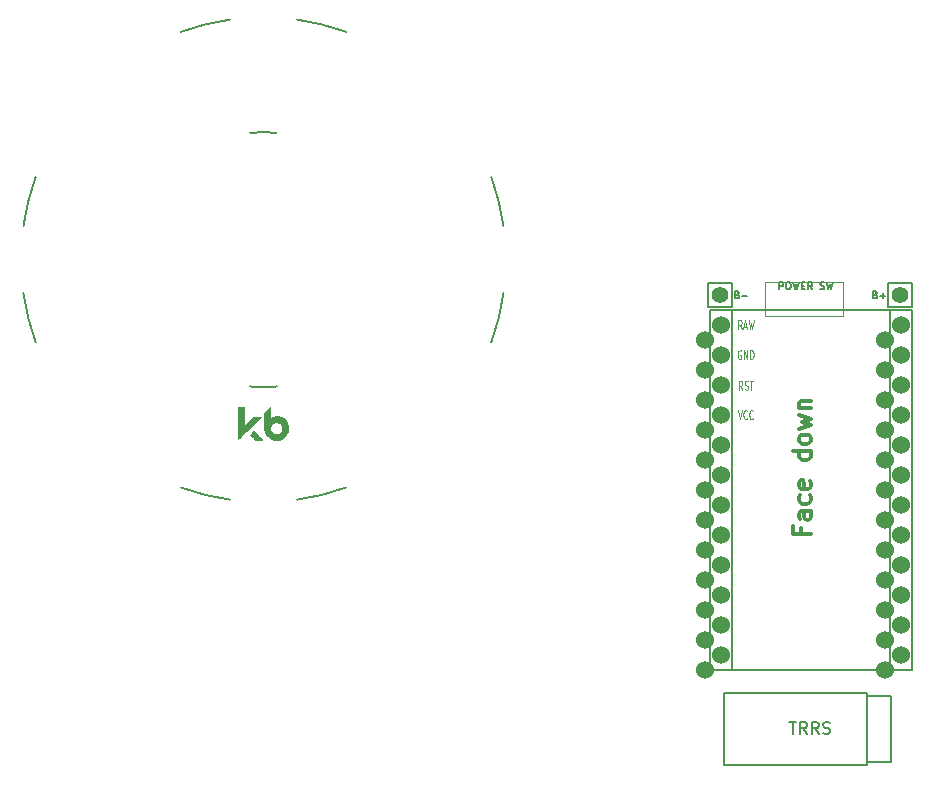
<source format=gbr>
%TF.GenerationSoftware,KiCad,Pcbnew,6.99.0-a9ca49a600~144~ubuntu20.04.1*%
%TF.CreationDate,2022-01-03T10:19:32+02:00*%
%TF.ProjectId,half-swept,68616c66-2d73-4776-9570-742e6b696361,rev?*%
%TF.SameCoordinates,Original*%
%TF.FileFunction,Legend,Top*%
%TF.FilePolarity,Positive*%
%FSLAX46Y46*%
G04 Gerber Fmt 4.6, Leading zero omitted, Abs format (unit mm)*
G04 Created by KiCad (PCBNEW 6.99.0-a9ca49a600~144~ubuntu20.04.1) date 2022-01-03 10:19:32*
%MOMM*%
%LPD*%
G01*
G04 APERTURE LIST*
%ADD10C,0.150000*%
%ADD11C,0.120000*%
%ADD12C,0.300000*%
%ADD13C,0.125000*%
%ADD14C,0.010000*%
%ADD15C,0.200000*%
%ADD16C,1.524000*%
%ADD17C,1.397000*%
G04 APERTURE END LIST*
D10*
X117110095Y-82129380D02*
X117681523Y-82129380D01*
X117395809Y-83129380D02*
X117395809Y-82129380D01*
X118586285Y-83129380D02*
X118252952Y-82653190D01*
X118014857Y-83129380D02*
X118014857Y-82129380D01*
X118395809Y-82129380D01*
X118491047Y-82177000D01*
X118538666Y-82224619D01*
X118586285Y-82319857D01*
X118586285Y-82462714D01*
X118538666Y-82557952D01*
X118491047Y-82605571D01*
X118395809Y-82653190D01*
X118014857Y-82653190D01*
X119586285Y-83129380D02*
X119252952Y-82653190D01*
X119014857Y-83129380D02*
X119014857Y-82129380D01*
X119395809Y-82129380D01*
X119491047Y-82177000D01*
X119538666Y-82224619D01*
X119586285Y-82319857D01*
X119586285Y-82462714D01*
X119538666Y-82557952D01*
X119491047Y-82605571D01*
X119395809Y-82653190D01*
X119014857Y-82653190D01*
X119967238Y-83081761D02*
X120110095Y-83129380D01*
X120348190Y-83129380D01*
X120443428Y-83081761D01*
X120491047Y-83034142D01*
X120538666Y-82938904D01*
X120538666Y-82843666D01*
X120491047Y-82748428D01*
X120443428Y-82700809D01*
X120348190Y-82653190D01*
X120157714Y-82605571D01*
X120062476Y-82557952D01*
X120014857Y-82510333D01*
X119967238Y-82415095D01*
X119967238Y-82319857D01*
X120014857Y-82224619D01*
X120062476Y-82177000D01*
X120157714Y-82129380D01*
X120395809Y-82129380D01*
X120538666Y-82177000D01*
X116248142Y-45483428D02*
X116248142Y-44883428D01*
X116476714Y-44883428D01*
X116533857Y-44912000D01*
X116562428Y-44940571D01*
X116591000Y-44997714D01*
X116591000Y-45083428D01*
X116562428Y-45140571D01*
X116533857Y-45169142D01*
X116476714Y-45197714D01*
X116248142Y-45197714D01*
X116962428Y-44883428D02*
X117076714Y-44883428D01*
X117133857Y-44912000D01*
X117191000Y-44969142D01*
X117219571Y-45083428D01*
X117219571Y-45283428D01*
X117191000Y-45397714D01*
X117133857Y-45454857D01*
X117076714Y-45483428D01*
X116962428Y-45483428D01*
X116905285Y-45454857D01*
X116848142Y-45397714D01*
X116819571Y-45283428D01*
X116819571Y-45083428D01*
X116848142Y-44969142D01*
X116905285Y-44912000D01*
X116962428Y-44883428D01*
X117419571Y-44883428D02*
X117562428Y-45483428D01*
X117676714Y-45054857D01*
X117791000Y-45483428D01*
X117933857Y-44883428D01*
X118162428Y-45169142D02*
X118362428Y-45169142D01*
X118448142Y-45483428D02*
X118162428Y-45483428D01*
X118162428Y-44883428D01*
X118448142Y-44883428D01*
X119048142Y-45483428D02*
X118848142Y-45197714D01*
X118705285Y-45483428D02*
X118705285Y-44883428D01*
X118933857Y-44883428D01*
X118991000Y-44912000D01*
X119019571Y-44940571D01*
X119048142Y-44997714D01*
X119048142Y-45083428D01*
X119019571Y-45140571D01*
X118991000Y-45169142D01*
X118933857Y-45197714D01*
X118705285Y-45197714D01*
X119733857Y-45454857D02*
X119819571Y-45483428D01*
X119962428Y-45483428D01*
X120019571Y-45454857D01*
X120048142Y-45426285D01*
X120076714Y-45369142D01*
X120076714Y-45312000D01*
X120048142Y-45254857D01*
X120019571Y-45226285D01*
X119962428Y-45197714D01*
X119848142Y-45169142D01*
X119791000Y-45140571D01*
X119762428Y-45112000D01*
X119733857Y-45054857D01*
X119733857Y-44997714D01*
X119762428Y-44940571D01*
X119791000Y-44912000D01*
X119848142Y-44883428D01*
X119991000Y-44883428D01*
X120076714Y-44912000D01*
X120276714Y-44883428D02*
X120419571Y-45483428D01*
X120533857Y-45054857D01*
X120648142Y-45483428D01*
X120791000Y-44883428D01*
D11*
X115062000Y-47752000D02*
X115062000Y-44831000D01*
X121666000Y-47752000D02*
X115062000Y-47752000D01*
X121666000Y-44831000D02*
X121666000Y-47752000D01*
X115062000Y-44831000D02*
X121666000Y-44831000D01*
D12*
X118129857Y-65721857D02*
X118129857Y-66221857D01*
X118915571Y-66221857D02*
X117415571Y-66221857D01*
X117415571Y-65507571D01*
X118915571Y-64293285D02*
X118129857Y-64293285D01*
X117987000Y-64364714D01*
X117915571Y-64507571D01*
X117915571Y-64793285D01*
X117987000Y-64936142D01*
X118844142Y-64293285D02*
X118915571Y-64436142D01*
X118915571Y-64793285D01*
X118844142Y-64936142D01*
X118701285Y-65007571D01*
X118558428Y-65007571D01*
X118415571Y-64936142D01*
X118344142Y-64793285D01*
X118344142Y-64436142D01*
X118272714Y-64293285D01*
X118844142Y-62936142D02*
X118915571Y-63079000D01*
X118915571Y-63364714D01*
X118844142Y-63507571D01*
X118772714Y-63579000D01*
X118629857Y-63650428D01*
X118201285Y-63650428D01*
X118058428Y-63579000D01*
X117987000Y-63507571D01*
X117915571Y-63364714D01*
X117915571Y-63079000D01*
X117987000Y-62936142D01*
X118844142Y-61721857D02*
X118915571Y-61864714D01*
X118915571Y-62150428D01*
X118844142Y-62293285D01*
X118701285Y-62364714D01*
X118129857Y-62364714D01*
X117987000Y-62293285D01*
X117915571Y-62150428D01*
X117915571Y-61864714D01*
X117987000Y-61721857D01*
X118129857Y-61650428D01*
X118272714Y-61650428D01*
X118415571Y-62364714D01*
X118915571Y-59221857D02*
X117415571Y-59221857D01*
X118844142Y-59221857D02*
X118915571Y-59364714D01*
X118915571Y-59650428D01*
X118844142Y-59793285D01*
X118772714Y-59864714D01*
X118629857Y-59936142D01*
X118201285Y-59936142D01*
X118058428Y-59864714D01*
X117987000Y-59793285D01*
X117915571Y-59650428D01*
X117915571Y-59364714D01*
X117987000Y-59221857D01*
X118915571Y-58293285D02*
X118844142Y-58436142D01*
X118772714Y-58507571D01*
X118629857Y-58579000D01*
X118201285Y-58579000D01*
X118058428Y-58507571D01*
X117987000Y-58436142D01*
X117915571Y-58293285D01*
X117915571Y-58079000D01*
X117987000Y-57936142D01*
X118058428Y-57864714D01*
X118201285Y-57793285D01*
X118629857Y-57793285D01*
X118772714Y-57864714D01*
X118844142Y-57936142D01*
X118915571Y-58079000D01*
X118915571Y-58293285D01*
X117915571Y-57293285D02*
X118915571Y-57007571D01*
X118201285Y-56721857D01*
X118915571Y-56436142D01*
X117915571Y-56150428D01*
X117915571Y-55579000D02*
X118915571Y-55579000D01*
X118058428Y-55579000D02*
X117987000Y-55507571D01*
X117915571Y-55364714D01*
X117915571Y-55150428D01*
X117987000Y-55007571D01*
X118129857Y-54936142D01*
X118915571Y-54936142D01*
D10*
%TO.C,U1*%
D13*
X113065761Y-48853285D02*
X112899095Y-48496142D01*
X112780047Y-48853285D02*
X112780047Y-48103285D01*
X112970523Y-48103285D01*
X113018142Y-48139000D01*
X113041952Y-48174714D01*
X113065761Y-48246142D01*
X113065761Y-48353285D01*
X113041952Y-48424714D01*
X113018142Y-48460428D01*
X112970523Y-48496142D01*
X112780047Y-48496142D01*
X113256238Y-48639000D02*
X113494333Y-48639000D01*
X113208619Y-48853285D02*
X113375285Y-48103285D01*
X113541952Y-48853285D01*
X113661000Y-48103285D02*
X113780047Y-48853285D01*
X113875285Y-48317571D01*
X113970523Y-48853285D01*
X114089571Y-48103285D01*
X113137190Y-53996785D02*
X112970523Y-53639642D01*
X112851476Y-53996785D02*
X112851476Y-53246785D01*
X113041952Y-53246785D01*
X113089571Y-53282500D01*
X113113380Y-53318214D01*
X113137190Y-53389642D01*
X113137190Y-53496785D01*
X113113380Y-53568214D01*
X113089571Y-53603928D01*
X113041952Y-53639642D01*
X112851476Y-53639642D01*
X113327666Y-53961071D02*
X113399095Y-53996785D01*
X113518142Y-53996785D01*
X113565761Y-53961071D01*
X113589571Y-53925357D01*
X113613380Y-53853928D01*
X113613380Y-53782500D01*
X113589571Y-53711071D01*
X113565761Y-53675357D01*
X113518142Y-53639642D01*
X113422904Y-53603928D01*
X113375285Y-53568214D01*
X113351476Y-53532500D01*
X113327666Y-53461071D01*
X113327666Y-53389642D01*
X113351476Y-53318214D01*
X113375285Y-53282500D01*
X113422904Y-53246785D01*
X113541952Y-53246785D01*
X113613380Y-53282500D01*
X113756238Y-53246785D02*
X114041952Y-53246785D01*
X113899095Y-53996785D02*
X113899095Y-53246785D01*
X113030047Y-50679000D02*
X112982428Y-50643285D01*
X112911000Y-50643285D01*
X112839571Y-50679000D01*
X112791952Y-50750428D01*
X112768142Y-50821857D01*
X112744333Y-50964714D01*
X112744333Y-51071857D01*
X112768142Y-51214714D01*
X112791952Y-51286142D01*
X112839571Y-51357571D01*
X112911000Y-51393285D01*
X112958619Y-51393285D01*
X113030047Y-51357571D01*
X113053857Y-51321857D01*
X113053857Y-51071857D01*
X112958619Y-51071857D01*
X113268142Y-51393285D02*
X113268142Y-50643285D01*
X113553857Y-51393285D01*
X113553857Y-50643285D01*
X113791952Y-51393285D02*
X113791952Y-50643285D01*
X113911000Y-50643285D01*
X113982428Y-50679000D01*
X114030047Y-50750428D01*
X114053857Y-50821857D01*
X114077666Y-50964714D01*
X114077666Y-51071857D01*
X114053857Y-51214714D01*
X114030047Y-51286142D01*
X113982428Y-51357571D01*
X113911000Y-51393285D01*
X113791952Y-51393285D01*
X112744333Y-55723285D02*
X112911000Y-56473285D01*
X113077666Y-55723285D01*
X113530047Y-56401857D02*
X113506238Y-56437571D01*
X113434809Y-56473285D01*
X113387190Y-56473285D01*
X113315761Y-56437571D01*
X113268142Y-56366142D01*
X113244333Y-56294714D01*
X113220523Y-56151857D01*
X113220523Y-56044714D01*
X113244333Y-55901857D01*
X113268142Y-55830428D01*
X113315761Y-55759000D01*
X113387190Y-55723285D01*
X113434809Y-55723285D01*
X113506238Y-55759000D01*
X113530047Y-55794714D01*
X114030047Y-56401857D02*
X114006238Y-56437571D01*
X113934809Y-56473285D01*
X113887190Y-56473285D01*
X113815761Y-56437571D01*
X113768142Y-56366142D01*
X113744333Y-56294714D01*
X113720523Y-56151857D01*
X113720523Y-56044714D01*
X113744333Y-55901857D01*
X113768142Y-55830428D01*
X113815761Y-55759000D01*
X113887190Y-55723285D01*
X113934809Y-55723285D01*
X114006238Y-55759000D01*
X114030047Y-55794714D01*
D10*
%TO.C,B-*%
X112701428Y-45931142D02*
X112787142Y-45959714D01*
X112815714Y-45988285D01*
X112844285Y-46045428D01*
X112844285Y-46131142D01*
X112815714Y-46188285D01*
X112787142Y-46216857D01*
X112730000Y-46245428D01*
X112501428Y-46245428D01*
X112501428Y-45645428D01*
X112701428Y-45645428D01*
X112758571Y-45674000D01*
X112787142Y-45702571D01*
X112815714Y-45759714D01*
X112815714Y-45816857D01*
X112787142Y-45874000D01*
X112758571Y-45902571D01*
X112701428Y-45931142D01*
X112501428Y-45931142D01*
X113101428Y-46016857D02*
X113558571Y-46016857D01*
%TO.C,B+*%
X124385428Y-45931142D02*
X124471142Y-45959714D01*
X124499714Y-45988285D01*
X124528285Y-46045428D01*
X124528285Y-46131142D01*
X124499714Y-46188285D01*
X124471142Y-46216857D01*
X124414000Y-46245428D01*
X124185428Y-46245428D01*
X124185428Y-45645428D01*
X124385428Y-45645428D01*
X124442571Y-45674000D01*
X124471142Y-45702571D01*
X124499714Y-45759714D01*
X124499714Y-45816857D01*
X124471142Y-45874000D01*
X124442571Y-45902571D01*
X124385428Y-45931142D01*
X124185428Y-45931142D01*
X124785428Y-46016857D02*
X125242571Y-46016857D01*
X125014000Y-46245428D02*
X125014000Y-45788285D01*
D14*
%TO.C,REF\u002A\u002A*%
X70953245Y-57061867D02*
X71756191Y-56259167D01*
X71756191Y-56259167D02*
X72044559Y-56262261D01*
X72044559Y-56262261D02*
X72332927Y-56265354D01*
X72332927Y-56265354D02*
X71485703Y-57125491D01*
X71485703Y-57125491D02*
X71367778Y-57245214D01*
X71367778Y-57245214D02*
X71252979Y-57361763D01*
X71252979Y-57361763D02*
X71142525Y-57473903D01*
X71142525Y-57473903D02*
X71037633Y-57580396D01*
X71037633Y-57580396D02*
X70939521Y-57680007D01*
X70939521Y-57680007D02*
X70849406Y-57771500D01*
X70849406Y-57771500D02*
X70768507Y-57853637D01*
X70768507Y-57853637D02*
X70698040Y-57925182D01*
X70698040Y-57925182D02*
X70639224Y-57984900D01*
X70639224Y-57984900D02*
X70593277Y-58031554D01*
X70593277Y-58031554D02*
X70561416Y-58063907D01*
X70561416Y-58063907D02*
X70547635Y-58077903D01*
X70547635Y-58077903D02*
X70456791Y-58170179D01*
X70456791Y-58170179D02*
X70456791Y-55428309D01*
X70456791Y-55428309D02*
X70953245Y-55428309D01*
X70953245Y-55428309D02*
X70953245Y-57061867D01*
X70953245Y-57061867D02*
X70953245Y-57061867D01*
G36*
X70953245Y-57061867D02*
G01*
X71756191Y-56259167D01*
X72044559Y-56262261D01*
X72332927Y-56265354D01*
X71485703Y-57125491D01*
X71367778Y-57245214D01*
X71252979Y-57361763D01*
X71142525Y-57473903D01*
X71037633Y-57580396D01*
X70939521Y-57680007D01*
X70849406Y-57771500D01*
X70768507Y-57853637D01*
X70698040Y-57925182D01*
X70639224Y-57984900D01*
X70593277Y-58031554D01*
X70561416Y-58063907D01*
X70547635Y-58077903D01*
X70456791Y-58170179D01*
X70456791Y-55428309D01*
X70953245Y-55428309D01*
X70953245Y-57061867D01*
G37*
X70953245Y-57061867D02*
X71756191Y-56259167D01*
X72044559Y-56262261D01*
X72332927Y-56265354D01*
X71485703Y-57125491D01*
X71367778Y-57245214D01*
X71252979Y-57361763D01*
X71142525Y-57473903D01*
X71037633Y-57580396D01*
X70939521Y-57680007D01*
X70849406Y-57771500D01*
X70768507Y-57853637D01*
X70698040Y-57925182D01*
X70639224Y-57984900D01*
X70593277Y-58031554D01*
X70561416Y-58063907D01*
X70547635Y-58077903D01*
X70456791Y-58170179D01*
X70456791Y-55428309D01*
X70953245Y-55428309D01*
X70953245Y-57061867D01*
X71760025Y-57468398D02*
X71782728Y-57491261D01*
X71782728Y-57491261D02*
X71817207Y-57526792D01*
X71817207Y-57526792D02*
X71861476Y-57572884D01*
X71861476Y-57572884D02*
X71913543Y-57627430D01*
X71913543Y-57627430D02*
X71971422Y-57688324D01*
X71971422Y-57688324D02*
X72033121Y-57753459D01*
X72033121Y-57753459D02*
X72096654Y-57820729D01*
X72096654Y-57820729D02*
X72160029Y-57888027D01*
X72160029Y-57888027D02*
X72221259Y-57953246D01*
X72221259Y-57953246D02*
X72278355Y-58014281D01*
X72278355Y-58014281D02*
X72329327Y-58069024D01*
X72329327Y-58069024D02*
X72372187Y-58115369D01*
X72372187Y-58115369D02*
X72404945Y-58151209D01*
X72404945Y-58151209D02*
X72425613Y-58174438D01*
X72425613Y-58174438D02*
X72427906Y-58177129D01*
X72427906Y-58177129D02*
X72456207Y-58210764D01*
X72456207Y-58210764D02*
X71836193Y-58210764D01*
X71836193Y-58210764D02*
X71662843Y-58034695D01*
X71662843Y-58034695D02*
X71609101Y-57979952D01*
X71609101Y-57979952D02*
X71558818Y-57928439D01*
X71558818Y-57928439D02*
X71515002Y-57883259D01*
X71515002Y-57883259D02*
X71480656Y-57847513D01*
X71480656Y-57847513D02*
X71458788Y-57824304D01*
X71458788Y-57824304D02*
X71455611Y-57820812D01*
X71455611Y-57820812D02*
X71421729Y-57782997D01*
X71421729Y-57782997D02*
X71582764Y-57621653D01*
X71582764Y-57621653D02*
X71632477Y-57572198D01*
X71632477Y-57572198D02*
X71676701Y-57528873D01*
X71676701Y-57528873D02*
X71712848Y-57494160D01*
X71712848Y-57494160D02*
X71738330Y-57470540D01*
X71738330Y-57470540D02*
X71750559Y-57460492D01*
X71750559Y-57460492D02*
X71751090Y-57460309D01*
X71751090Y-57460309D02*
X71760025Y-57468398D01*
X71760025Y-57468398D02*
X71760025Y-57468398D01*
G36*
X71760025Y-57468398D02*
G01*
X71782728Y-57491261D01*
X71817207Y-57526792D01*
X71861476Y-57572884D01*
X71913543Y-57627430D01*
X71971422Y-57688324D01*
X72033121Y-57753459D01*
X72096654Y-57820729D01*
X72160029Y-57888027D01*
X72221259Y-57953246D01*
X72278355Y-58014281D01*
X72329327Y-58069024D01*
X72372187Y-58115369D01*
X72404945Y-58151209D01*
X72425613Y-58174438D01*
X72427906Y-58177129D01*
X72456207Y-58210764D01*
X71836193Y-58210764D01*
X71662843Y-58034695D01*
X71609101Y-57979952D01*
X71558818Y-57928439D01*
X71515002Y-57883259D01*
X71480656Y-57847513D01*
X71458788Y-57824304D01*
X71455611Y-57820812D01*
X71421729Y-57782997D01*
X71582764Y-57621653D01*
X71632477Y-57572198D01*
X71676701Y-57528873D01*
X71712848Y-57494160D01*
X71738330Y-57470540D01*
X71750559Y-57460492D01*
X71751090Y-57460309D01*
X71760025Y-57468398D01*
G37*
X71760025Y-57468398D02*
X71782728Y-57491261D01*
X71817207Y-57526792D01*
X71861476Y-57572884D01*
X71913543Y-57627430D01*
X71971422Y-57688324D01*
X72033121Y-57753459D01*
X72096654Y-57820729D01*
X72160029Y-57888027D01*
X72221259Y-57953246D01*
X72278355Y-58014281D01*
X72329327Y-58069024D01*
X72372187Y-58115369D01*
X72404945Y-58151209D01*
X72425613Y-58174438D01*
X72427906Y-58177129D01*
X72456207Y-58210764D01*
X71836193Y-58210764D01*
X71662843Y-58034695D01*
X71609101Y-57979952D01*
X71558818Y-57928439D01*
X71515002Y-57883259D01*
X71480656Y-57847513D01*
X71458788Y-57824304D01*
X71455611Y-57820812D01*
X71421729Y-57782997D01*
X71582764Y-57621653D01*
X71632477Y-57572198D01*
X71676701Y-57528873D01*
X71712848Y-57494160D01*
X71738330Y-57470540D01*
X71750559Y-57460492D01*
X71751090Y-57460309D01*
X71760025Y-57468398D01*
X73158279Y-55927650D02*
X73158471Y-56031890D01*
X73158471Y-56031890D02*
X73158960Y-56128635D01*
X73158960Y-56128635D02*
X73159710Y-56215521D01*
X73159710Y-56215521D02*
X73160686Y-56290183D01*
X73160686Y-56290183D02*
X73161855Y-56350258D01*
X73161855Y-56350258D02*
X73163182Y-56393381D01*
X73163182Y-56393381D02*
X73164631Y-56417188D01*
X73164631Y-56417188D02*
X73165539Y-56421218D01*
X73165539Y-56421218D02*
X73177970Y-56414904D01*
X73177970Y-56414904D02*
X73202816Y-56398561D01*
X73202816Y-56398561D02*
X73226950Y-56381359D01*
X73226950Y-56381359D02*
X73341647Y-56310637D01*
X73341647Y-56310637D02*
X73463863Y-56261533D01*
X73463863Y-56261533D02*
X73594246Y-56233857D01*
X73594246Y-56233857D02*
X73733447Y-56227419D01*
X73733447Y-56227419D02*
X73751259Y-56228087D01*
X73751259Y-56228087D02*
X73840894Y-56234639D01*
X73840894Y-56234639D02*
X73917377Y-56246576D01*
X73917377Y-56246576D02*
X73989029Y-56266068D01*
X73989029Y-56266068D02*
X74064167Y-56295285D01*
X74064167Y-56295285D02*
X74134018Y-56327924D01*
X74134018Y-56327924D02*
X74261951Y-56403217D01*
X74261951Y-56403217D02*
X74374871Y-56495197D01*
X74374871Y-56495197D02*
X74471765Y-56602186D01*
X74471765Y-56602186D02*
X74551623Y-56722511D01*
X74551623Y-56722511D02*
X74613433Y-56854496D01*
X74613433Y-56854496D02*
X74656185Y-56996465D01*
X74656185Y-56996465D02*
X74678866Y-57146744D01*
X74678866Y-57146744D02*
X74682427Y-57236414D01*
X74682427Y-57236414D02*
X74672136Y-57388892D01*
X74672136Y-57388892D02*
X74640780Y-57533456D01*
X74640780Y-57533456D02*
X74587635Y-57672692D01*
X74587635Y-57672692D02*
X74530380Y-57779611D01*
X74530380Y-57779611D02*
X74444668Y-57899904D01*
X74444668Y-57899904D02*
X74343055Y-58004753D01*
X74343055Y-58004753D02*
X74227722Y-58093075D01*
X74227722Y-58093075D02*
X74100847Y-58163789D01*
X74100847Y-58163789D02*
X73964611Y-58215812D01*
X73964611Y-58215812D02*
X73821192Y-58248065D01*
X73821192Y-58248065D02*
X73672771Y-58259464D01*
X73672771Y-58259464D02*
X73572525Y-58254981D01*
X73572525Y-58254981D02*
X73427917Y-58230100D01*
X73427917Y-58230100D02*
X73287349Y-58183825D01*
X73287349Y-58183825D02*
X73154176Y-58117846D01*
X73154176Y-58117846D02*
X73031756Y-58033849D01*
X73031756Y-58033849D02*
X72923444Y-57933523D01*
X72923444Y-57933523D02*
X72915050Y-57924357D01*
X72915050Y-57924357D02*
X72833919Y-57820237D01*
X72833919Y-57820237D02*
X72764227Y-57702055D01*
X72764227Y-57702055D02*
X72709061Y-57576192D01*
X72709061Y-57576192D02*
X72671508Y-57449032D01*
X72671508Y-57449032D02*
X72662639Y-57402582D01*
X72662639Y-57402582D02*
X72660026Y-57374187D01*
X72660026Y-57374187D02*
X72657681Y-57324115D01*
X72657681Y-57324115D02*
X72656212Y-57273781D01*
X72656212Y-57273781D02*
X73152550Y-57273781D01*
X73152550Y-57273781D02*
X73163122Y-57371330D01*
X73163122Y-57371330D02*
X73193554Y-57465349D01*
X73193554Y-57465349D02*
X73222208Y-57519494D01*
X73222208Y-57519494D02*
X73289142Y-57607777D01*
X73289142Y-57607777D02*
X73368623Y-57678654D01*
X73368623Y-57678654D02*
X73458055Y-57731147D01*
X73458055Y-57731147D02*
X73554841Y-57764279D01*
X73554841Y-57764279D02*
X73656382Y-57777073D01*
X73656382Y-57777073D02*
X73760083Y-57768552D01*
X73760083Y-57768552D02*
X73832910Y-57749264D01*
X73832910Y-57749264D02*
X73875907Y-57733178D01*
X73875907Y-57733178D02*
X73916812Y-57715818D01*
X73916812Y-57715818D02*
X73932979Y-57708042D01*
X73932979Y-57708042D02*
X73978265Y-57677038D01*
X73978265Y-57677038D02*
X74027588Y-57630844D01*
X74027588Y-57630844D02*
X74075645Y-57575388D01*
X74075645Y-57575388D02*
X74117130Y-57516594D01*
X74117130Y-57516594D02*
X74138618Y-57478267D01*
X74138618Y-57478267D02*
X74158799Y-57434021D01*
X74158799Y-57434021D02*
X74171444Y-57395413D01*
X74171444Y-57395413D02*
X74178801Y-57353121D01*
X74178801Y-57353121D02*
X74183119Y-57297818D01*
X74183119Y-57297818D02*
X74183401Y-57292528D01*
X74183401Y-57292528D02*
X74180033Y-57185283D01*
X74180033Y-57185283D02*
X74157177Y-57087391D01*
X74157177Y-57087391D02*
X74113525Y-56993968D01*
X74113525Y-56993968D02*
X74095755Y-56965439D01*
X74095755Y-56965439D02*
X74031213Y-56887535D01*
X74031213Y-56887535D02*
X73952396Y-56825365D01*
X73952396Y-56825365D02*
X73862760Y-56779869D01*
X73862760Y-56779869D02*
X73765761Y-56751991D01*
X73765761Y-56751991D02*
X73664857Y-56742671D01*
X73664857Y-56742671D02*
X73563505Y-56752853D01*
X73563505Y-56752853D02*
X73465159Y-56783478D01*
X73465159Y-56783478D02*
X73451156Y-56789764D01*
X73451156Y-56789764D02*
X73363204Y-56842713D01*
X73363204Y-56842713D02*
X73289214Y-56910927D01*
X73289214Y-56910927D02*
X73230171Y-56991273D01*
X73230171Y-56991273D02*
X73187058Y-57080620D01*
X73187058Y-57080620D02*
X73160856Y-57175833D01*
X73160856Y-57175833D02*
X73152550Y-57273781D01*
X73152550Y-57273781D02*
X72656212Y-57273781D01*
X72656212Y-57273781D02*
X72655628Y-57253778D01*
X72655628Y-57253778D02*
X72653889Y-57164589D01*
X72653889Y-57164589D02*
X72652486Y-57057960D01*
X72652486Y-57057960D02*
X72651442Y-56935304D01*
X72651442Y-56935304D02*
X72650778Y-56798032D01*
X72650778Y-56798032D02*
X72650517Y-56647558D01*
X72650517Y-56647558D02*
X72650514Y-56635822D01*
X72650514Y-56635822D02*
X72650427Y-55944108D01*
X72650427Y-55944108D02*
X73158131Y-55434082D01*
X73158131Y-55434082D02*
X73158279Y-55927650D01*
X73158279Y-55927650D02*
X73158279Y-55927650D01*
G36*
X72653889Y-57164589D02*
G01*
X72652486Y-57057960D01*
X72651442Y-56935304D01*
X72650778Y-56798032D01*
X72650517Y-56647558D01*
X72650514Y-56635822D01*
X72650427Y-55944108D01*
X73158131Y-55434082D01*
X73158279Y-55927650D01*
X73158471Y-56031890D01*
X73158960Y-56128635D01*
X73159710Y-56215521D01*
X73160686Y-56290183D01*
X73161855Y-56350258D01*
X73163182Y-56393381D01*
X73164631Y-56417188D01*
X73165539Y-56421218D01*
X73177970Y-56414904D01*
X73202816Y-56398561D01*
X73226950Y-56381359D01*
X73341647Y-56310637D01*
X73463863Y-56261533D01*
X73594246Y-56233857D01*
X73733447Y-56227419D01*
X73751259Y-56228087D01*
X73840894Y-56234639D01*
X73917377Y-56246576D01*
X73989029Y-56266068D01*
X74064167Y-56295285D01*
X74134018Y-56327924D01*
X74261951Y-56403217D01*
X74374871Y-56495197D01*
X74471765Y-56602186D01*
X74551623Y-56722511D01*
X74613433Y-56854496D01*
X74656185Y-56996465D01*
X74678866Y-57146744D01*
X74682427Y-57236414D01*
X74672136Y-57388892D01*
X74640780Y-57533456D01*
X74587635Y-57672692D01*
X74530380Y-57779611D01*
X74444668Y-57899904D01*
X74343055Y-58004753D01*
X74227722Y-58093075D01*
X74100847Y-58163789D01*
X73964611Y-58215812D01*
X73821192Y-58248065D01*
X73672771Y-58259464D01*
X73572525Y-58254981D01*
X73427917Y-58230100D01*
X73287349Y-58183825D01*
X73154176Y-58117846D01*
X73031756Y-58033849D01*
X72923444Y-57933523D01*
X72915050Y-57924357D01*
X72833919Y-57820237D01*
X72764227Y-57702055D01*
X72709061Y-57576192D01*
X72671508Y-57449032D01*
X72662639Y-57402582D01*
X72660026Y-57374187D01*
X72657681Y-57324115D01*
X72656212Y-57273781D01*
X73152550Y-57273781D01*
X73163122Y-57371330D01*
X73193554Y-57465349D01*
X73222208Y-57519494D01*
X73289142Y-57607777D01*
X73368623Y-57678654D01*
X73458055Y-57731147D01*
X73554841Y-57764279D01*
X73656382Y-57777073D01*
X73760083Y-57768552D01*
X73832910Y-57749264D01*
X73875907Y-57733178D01*
X73916812Y-57715818D01*
X73932979Y-57708042D01*
X73978265Y-57677038D01*
X74027588Y-57630844D01*
X74075645Y-57575388D01*
X74117130Y-57516594D01*
X74138618Y-57478267D01*
X74158799Y-57434021D01*
X74171444Y-57395413D01*
X74178801Y-57353121D01*
X74183119Y-57297818D01*
X74183401Y-57292528D01*
X74180033Y-57185283D01*
X74157177Y-57087391D01*
X74113525Y-56993968D01*
X74095755Y-56965439D01*
X74031213Y-56887535D01*
X73952396Y-56825365D01*
X73862760Y-56779869D01*
X73765761Y-56751991D01*
X73664857Y-56742671D01*
X73563505Y-56752853D01*
X73465159Y-56783478D01*
X73451156Y-56789764D01*
X73363204Y-56842713D01*
X73289214Y-56910927D01*
X73230171Y-56991273D01*
X73187058Y-57080620D01*
X73160856Y-57175833D01*
X73152550Y-57273781D01*
X72656212Y-57273781D01*
X72655628Y-57253778D01*
X72653889Y-57164589D01*
G37*
X72653889Y-57164589D02*
X72652486Y-57057960D01*
X72651442Y-56935304D01*
X72650778Y-56798032D01*
X72650517Y-56647558D01*
X72650514Y-56635822D01*
X72650427Y-55944108D01*
X73158131Y-55434082D01*
X73158279Y-55927650D01*
X73158471Y-56031890D01*
X73158960Y-56128635D01*
X73159710Y-56215521D01*
X73160686Y-56290183D01*
X73161855Y-56350258D01*
X73163182Y-56393381D01*
X73164631Y-56417188D01*
X73165539Y-56421218D01*
X73177970Y-56414904D01*
X73202816Y-56398561D01*
X73226950Y-56381359D01*
X73341647Y-56310637D01*
X73463863Y-56261533D01*
X73594246Y-56233857D01*
X73733447Y-56227419D01*
X73751259Y-56228087D01*
X73840894Y-56234639D01*
X73917377Y-56246576D01*
X73989029Y-56266068D01*
X74064167Y-56295285D01*
X74134018Y-56327924D01*
X74261951Y-56403217D01*
X74374871Y-56495197D01*
X74471765Y-56602186D01*
X74551623Y-56722511D01*
X74613433Y-56854496D01*
X74656185Y-56996465D01*
X74678866Y-57146744D01*
X74682427Y-57236414D01*
X74672136Y-57388892D01*
X74640780Y-57533456D01*
X74587635Y-57672692D01*
X74530380Y-57779611D01*
X74444668Y-57899904D01*
X74343055Y-58004753D01*
X74227722Y-58093075D01*
X74100847Y-58163789D01*
X73964611Y-58215812D01*
X73821192Y-58248065D01*
X73672771Y-58259464D01*
X73572525Y-58254981D01*
X73427917Y-58230100D01*
X73287349Y-58183825D01*
X73154176Y-58117846D01*
X73031756Y-58033849D01*
X72923444Y-57933523D01*
X72915050Y-57924357D01*
X72833919Y-57820237D01*
X72764227Y-57702055D01*
X72709061Y-57576192D01*
X72671508Y-57449032D01*
X72662639Y-57402582D01*
X72660026Y-57374187D01*
X72657681Y-57324115D01*
X72656212Y-57273781D01*
X73152550Y-57273781D01*
X73163122Y-57371330D01*
X73193554Y-57465349D01*
X73222208Y-57519494D01*
X73289142Y-57607777D01*
X73368623Y-57678654D01*
X73458055Y-57731147D01*
X73554841Y-57764279D01*
X73656382Y-57777073D01*
X73760083Y-57768552D01*
X73832910Y-57749264D01*
X73875907Y-57733178D01*
X73916812Y-57715818D01*
X73932979Y-57708042D01*
X73978265Y-57677038D01*
X74027588Y-57630844D01*
X74075645Y-57575388D01*
X74117130Y-57516594D01*
X74138618Y-57478267D01*
X74158799Y-57434021D01*
X74171444Y-57395413D01*
X74178801Y-57353121D01*
X74183119Y-57297818D01*
X74183401Y-57292528D01*
X74180033Y-57185283D01*
X74157177Y-57087391D01*
X74113525Y-56993968D01*
X74095755Y-56965439D01*
X74031213Y-56887535D01*
X73952396Y-56825365D01*
X73862760Y-56779869D01*
X73765761Y-56751991D01*
X73664857Y-56742671D01*
X73563505Y-56752853D01*
X73465159Y-56783478D01*
X73451156Y-56789764D01*
X73363204Y-56842713D01*
X73289214Y-56910927D01*
X73230171Y-56991273D01*
X73187058Y-57080620D01*
X73160856Y-57175833D01*
X73152550Y-57273781D01*
X72656212Y-57273781D01*
X72655628Y-57253778D01*
X72653889Y-57164589D01*
D15*
X79588047Y-23693866D02*
G75*
G03*
X75437500Y-22660000I-7008047J-19286134D01*
G01*
X69722500Y-22660000D02*
G75*
G03*
X65571952Y-23693866I2857500J-20320000D01*
G01*
X75437500Y-63300000D02*
G75*
G03*
X79588047Y-62266134I-2857500J20320000D01*
G01*
X65571954Y-62266135D02*
G75*
G03*
X69722500Y-63300000I7008046J19286135D01*
G01*
X92900000Y-40122500D02*
G75*
G03*
X91866135Y-35971955I-20320000J-2857500D01*
G01*
X91866135Y-49988046D02*
G75*
G03*
X92900000Y-45837500I-19286135J7008046D01*
G01*
X52260000Y-45837500D02*
G75*
G03*
X53293866Y-49988047I20320000J2857500D01*
G01*
X53293866Y-35971952D02*
G75*
G03*
X52260000Y-40122500I19286134J-7008048D01*
G01*
X71451615Y-53715864D02*
G75*
G03*
X72580000Y-53775000I1128385J10735864D01*
G01*
X72580000Y-53775000D02*
G75*
G03*
X73708385Y-53715864I0J10795000D01*
G01*
X72580000Y-32185000D02*
G75*
G03*
X71451615Y-32244136I0J-10795000D01*
G01*
X73708385Y-32244136D02*
G75*
G03*
X72580000Y-32185000I-1128385J-10735864D01*
G01*
D10*
%TO.C,U1*%
X125603000Y-77724000D02*
X125603000Y-47244000D01*
X127508000Y-77724000D02*
X125603000Y-77724000D01*
X127508000Y-47244000D02*
X127508000Y-77724000D01*
X125603000Y-47244000D02*
X127508000Y-47244000D01*
X110363000Y-77724000D02*
X110363000Y-47244000D01*
X112268000Y-77724000D02*
X110363000Y-77724000D01*
X112268000Y-47244000D02*
X112268000Y-77724000D01*
X110363000Y-47244000D02*
X112268000Y-47244000D01*
X112268000Y-77724000D02*
X125603000Y-77724000D01*
X112268000Y-47244000D02*
X125603000Y-47244000D01*
%TO.C,J2*%
X125698000Y-85550000D02*
X125698000Y-79950000D01*
X123698000Y-79950000D02*
X125698000Y-79950000D01*
X123698000Y-85550000D02*
X125698000Y-85550000D01*
X123698000Y-79700000D02*
X111598000Y-79700000D01*
X123698000Y-85800000D02*
X111598000Y-85800000D01*
X111598000Y-85800000D02*
X111598000Y-79700000D01*
X123698000Y-85800000D02*
X123698000Y-79700000D01*
%TO.C,B-*%
X110252000Y-44974000D02*
X110252000Y-46974000D01*
X110252000Y-46974000D02*
X112252000Y-46974000D01*
X112252000Y-46974000D02*
X112252000Y-44974000D01*
X112252000Y-44974000D02*
X110252000Y-44974000D01*
%TO.C,B+*%
X125492000Y-44974000D02*
X125492000Y-46974000D01*
X125492000Y-46974000D02*
X127492000Y-46974000D01*
X127492000Y-46974000D02*
X127492000Y-44974000D01*
X127492000Y-44974000D02*
X125492000Y-44974000D01*
%TD*%
D16*
%TO.C,U1*%
X125222000Y-49784000D03*
X125222000Y-52324000D03*
X125222000Y-54864000D03*
X125222000Y-57404000D03*
X125222000Y-59944000D03*
X125222000Y-62484000D03*
X125222000Y-65024000D03*
X125222000Y-67564000D03*
X125222000Y-70104000D03*
X125222000Y-72644000D03*
X125222000Y-75184000D03*
X125222000Y-77724000D03*
X109982000Y-77724000D03*
X109982000Y-75184000D03*
X109982000Y-72644000D03*
X109982000Y-70104000D03*
X109982000Y-67564000D03*
X109982000Y-65024000D03*
X109982000Y-62484000D03*
X109982000Y-59944000D03*
X109982000Y-57404000D03*
X109982000Y-54864000D03*
X109982000Y-52324000D03*
X109982000Y-49784000D03*
X126528400Y-48514000D03*
X126528400Y-51054000D03*
X126528400Y-53594000D03*
X126528400Y-56134000D03*
X126528400Y-58674000D03*
X126528400Y-61214000D03*
X126528400Y-63754000D03*
X126528400Y-66294000D03*
X126528400Y-68834000D03*
X126528400Y-71374000D03*
X126528400Y-73914000D03*
X126528400Y-76454000D03*
X111308400Y-76454000D03*
X111308400Y-73914000D03*
X111308400Y-71374000D03*
X111308400Y-68834000D03*
X111308400Y-66294000D03*
X111308400Y-63754000D03*
X111308400Y-61214000D03*
X111308400Y-58674000D03*
X111308400Y-56134000D03*
X111308400Y-53594000D03*
X111308400Y-51054000D03*
X111308400Y-48514000D03*
%TD*%
D17*
%TO.C,B-*%
X111252000Y-45974000D03*
%TD*%
%TO.C,B+*%
X126492000Y-45974000D03*
%TD*%
M02*

</source>
